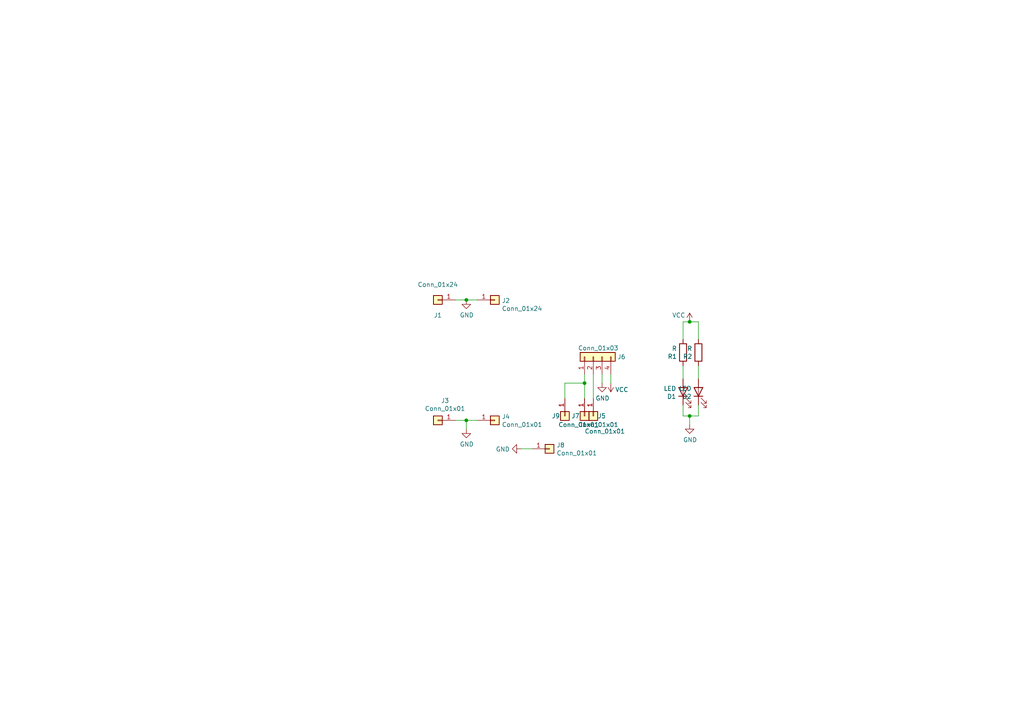
<source format=kicad_sch>
(kicad_sch (version 20211123) (generator eeschema)
  (paper "A4")
  (lib_symbols
    (symbol "Connector_Generic:Conn_01x01" (pin_names (offset 1.016) hide)
      (property "Reference" "J" (at 0 2.54 0))
      (property "Value" "Conn_01x01" (at 0 -2.54 0))
      (symbol "Conn_01x01_1_1"
        (rectangle (start -1.27 0.127) (end 0 -0.127) (stroke (width 0.1524)))
        (rectangle (start -1.27 1.27) (end 1.27 -1.27) (stroke (width 0.254)) (fill (type background)))
        (pin passive line (at -5.08 0 0) (length 3.81) (name "Pin_1") (number "1"))
      )
    )
    (symbol "Connector_Generic:Conn_01x04" (pin_names (offset 1.016) hide)
      (property "Reference" "J" (at 0 5.08 0))
      (property "Value" "Conn_01x04" (at 0 -7.62 0))
      (symbol "Conn_01x04_1_1"
        (rectangle (start -1.27 -4.953) (end 0 -5.207) (stroke (width 0.1524)))
        (rectangle (start -1.27 -2.413) (end 0 -2.667) (stroke (width 0.1524)))
        (rectangle (start -1.27 0.127) (end 0 -0.127) (stroke (width 0.1524)))
        (rectangle (start -1.27 2.667) (end 0 2.413) (stroke (width 0.1524)))
        (rectangle (start -1.27 3.81) (end 1.27 -6.35) (stroke (width 0.254)) (fill (type background)))
        (pin passive line (at -5.08 2.54 0) (length 3.81) (name "Pin_1") (number "1"))
        (pin passive line (at -5.08 0 0) (length 3.81) (name "Pin_2") (number "2"))
        (pin passive line (at -5.08 -2.54 0) (length 3.81) (name "Pin_3") (number "3"))
        (pin passive line (at -5.08 -5.08 0) (length 3.81) (name "Pin_4") (number "4"))
      )
    )
    (symbol "Device:LED" (pin_numbers hide) (pin_names (offset 1.016) hide)
      (property "Reference" "D" (at 0 2.54 0))
      (property "Value" "LED" (at 0 -2.54 0))
      (symbol "LED_0_1"
        (polyline (pts (xy -1.27 -1.27) (xy -1.27 1.27)) (stroke (width 0.254)))
        (polyline (pts (xy -1.27 0) (xy 1.27 0)))
        (polyline (pts (xy 1.27 -1.27) (xy 1.27 1.27) (xy -1.27 0) (xy 1.27 -1.27)) (stroke (width 0.254)))
        (polyline (pts (xy -3.048 -0.762) (xy -4.572 -2.286) (xy -3.81 -2.286) (xy -4.572 -2.286) (xy -4.572 -1.524)))
        (polyline (pts (xy -1.778 -0.762) (xy -3.302 -2.286) (xy -2.54 -2.286) (xy -3.302 -2.286) (xy -3.302 -1.524)))
      )
      (symbol "LED_1_1"
        (pin passive line (at -3.81 0 0) (length 2.54) (name "K") (number "1"))
        (pin passive line (at 3.81 0 180) (length 2.54) (name "A") (number "2"))
      )
    )
    (symbol "Device:R" (pin_numbers hide) (pin_names (offset 0))
      (property "Reference" "R" (at 2.032 0 90))
      (property "Value" "R" (at 0 0 90))
      (symbol "R_0_1"
        (rectangle (start -1.016 -2.54) (end 1.016 2.54) (stroke (width 0.254)))
      )
      (symbol "R_1_1"
        (pin passive line (at 0 3.81 270) (length 1.27) (name "~") (number "1"))
        (pin passive line (at 0 -3.81 90) (length 1.27) (name "~") (number "2"))
      )
    )
    (symbol "power:GND" (power) (pin_names (offset 0))
      (property "Value" "GND" (at 0 -3.81 0))
      (symbol "GND_0_1"
        (polyline (pts (xy 0 0) (xy 0 -1.27) (xy 1.27 -1.27) (xy 0 -2.54) (xy -1.27 -1.27) (xy 0 -1.27)))
      )
      (symbol "GND_1_1"
        (pin power_in line (at 0 0 270) (length 0) hide (name "GND") (number "1"))
      )
    )
    (symbol "power:VCC" (power) (pin_names (offset 0))
      (property "Value" "VCC" (at 0 3.81 0))
      (symbol "VCC_0_1"
        (polyline (pts (xy -0.762 1.27) (xy 0 2.54)))
        (polyline (pts (xy 0 0) (xy 0 2.54)))
        (polyline (pts (xy 0 2.54) (xy 0.762 1.27)))
      )
      (symbol "VCC_1_1"
        (pin power_in line (at 0 0 90) (length 0) hide (name "VCC") (number "1"))
      )
    )
  )
  (junction (at 169.545 111.125))
  (junction (at 200.025 120.65))
  (junction (at 135.255 86.995))
  (junction (at 135.255 121.92))
  (junction (at 200.025 93.345))
  (wire (pts (xy 200.025 120.65) (xy 200.025 123.19)))
  (wire (pts (xy 202.565 93.345) (xy 202.565 98.425)))
  (wire (pts (xy 163.83 111.125) (xy 169.545 111.125)))
  (wire (pts (xy 163.83 115.57) (xy 163.83 111.125)))
  (wire (pts (xy 198.12 117.475) (xy 198.12 120.65)))
  (wire (pts (xy 172.085 108.585) (xy 172.085 115.57)))
  (wire (pts (xy 198.12 109.855) (xy 198.12 106.045)))
  (wire (pts (xy 202.565 109.855) (xy 202.565 106.045)))
  (wire (pts (xy 135.255 121.92) (xy 132.08 121.92)))
  (wire (pts (xy 200.025 93.345) (xy 202.565 93.345)))
  (wire (pts (xy 174.625 108.585) (xy 174.625 111.125)))
  (wire (pts (xy 200.025 93.345) (xy 198.12 93.345)))
  (wire (pts (xy 135.255 121.92) (xy 135.255 124.46)))
  (wire (pts (xy 169.545 111.125) (xy 169.545 108.585)))
  (wire (pts (xy 198.12 93.345) (xy 198.12 98.425)))
  (wire (pts (xy 202.565 120.65) (xy 200.025 120.65)))
  (wire (pts (xy 135.255 121.92) (xy 138.43 121.92)))
  (wire (pts (xy 202.565 117.475) (xy 202.565 120.65)))
  (wire (pts (xy 177.165 111.125) (xy 177.165 108.585)))
  (wire (pts (xy 151.13 130.175) (xy 154.305 130.175)))
  (wire (pts (xy 135.255 86.995) (xy 138.43 86.995)))
  (wire (pts (xy 132.08 86.995) (xy 135.255 86.995)))
  (wire (pts (xy 198.12 120.65) (xy 200.025 120.65)))
  (wire (pts (xy 169.545 115.57) (xy 169.545 111.125)))
  (symbol (lib_id "Connector_Generic:Conn_01x01") (at 143.51 86.995 0) (unit 1)
    (property "Reference" "J2" (at 145.542 87.1982 0) (effects (justify left)))
    (property "Value" "Conn_01x24" (at 145.542 89.5096 0) (effects (justify left)))
    (property "Footprint" "board:rotary2" (effects hide))
  )
  (symbol (lib_id "Connector_Generic:Conn_01x01") (at 127 86.995 180) (unit 1)
    (property "Reference" "J1" (at 127 91.44 0))
    (property "Value" "Conn_01x24" (at 127 82.55 0))
    (property "Footprint" "board:rotary2" (effects hide))
  )
  (symbol (lib_id "Connector_Generic:Conn_01x01") (at 143.51 121.92 0) (unit 1)
    (property "Reference" "J4" (at 145.542 120.8532 0) (effects (justify left)))
    (property "Value" "Conn_01x01" (at 145.542 123.1646 0) (effects (justify left)))
    (property "Footprint" "board:PTH_GIGANTE" (effects hide))
  )
  (symbol (lib_id "Connector_Generic:Conn_01x01") (at 127 121.92 180) (unit 1)
    (property "Reference" "J3" (at 129.0828 116.205 0))
    (property "Value" "Conn_01x01" (at 129.0828 118.5164 0))
    (property "Footprint" "board:PTH_GIGANTE" (effects hide))
  )
  (symbol (lib_id "power:GND") (at 135.255 124.46 0) (unit 1)
    (property "Reference" "#PWR0101" (effects hide))
    (property "Value" "GND" (at 135.382 128.8542 0))
  )
  (symbol (lib_id "Connector_Generic:Conn_01x04") (at 172.085 103.505 90) (unit 1)
    (property "Reference" "J6" (at 179.07 103.505 90) (effects (justify right)))
    (property "Value" "Conn_01x03" (at 167.64 100.965 90) (effects (justify right)))
    (property "Footprint" "Connector_PinSocket_2.54mm:PinSocket_1x04_P2.54mm_Horizontal" (effects hide))
  )
  (symbol (lib_id "power:GND") (at 174.625 111.125 0) (unit 1)
    (property "Reference" "#PWR0102" (effects hide))
    (property "Value" "GND" (at 174.752 115.5192 0))
  )
  (symbol (lib_id "Connector_Generic:Conn_01x01") (at 169.545 120.65 270) (unit 1)
    (property "Reference" "J7" (at 165.735 120.65 90) (effects (justify left)))
    (property "Value" "Conn_01x01" (at 167.64 123.19 90) (effects (justify left)))
    (property "Footprint" "board:70-9155" (effects hide))
  )
  (symbol (lib_id "Connector_Generic:Conn_01x01") (at 172.085 120.65 270) (unit 1)
    (property "Reference" "J5" (at 173.355 120.65 90) (effects (justify left)))
    (property "Value" "Conn_01x01" (at 169.545 125.095 90) (effects (justify left)))
    (property "Footprint" "board:70-9155" (effects hide))
  )
  (symbol (lib_id "Connector_Generic:Conn_01x01") (at 159.385 130.175 0) (unit 1)
    (property "Reference" "J8" (at 161.417 129.1082 0) (effects (justify left)))
    (property "Value" "Conn_01x01" (at 161.417 131.4196 0) (effects (justify left)))
    (property "Footprint" "board:70-9155" (effects hide))
  )
  (symbol (lib_id "power:GND") (at 151.13 130.175 270) (unit 1)
    (property "Reference" "#PWR0103" (effects hide))
    (property "Value" "GND" (at 147.8788 130.302 90) (effects (justify right)))
  )
  (symbol (lib_id "power:GND") (at 135.255 86.995 0) (unit 1)
    (property "Reference" "#PWR0104" (effects hide))
    (property "Value" "GND" (at 135.382 91.3892 0))
  )
  (symbol (lib_id "power:VCC") (at 177.165 111.125 180) (unit 1)
    (property "Reference" "#PWR0105" (effects hide))
    (property "Value" "VCC" (at 180.34 113.03 0))
  )
  (symbol (lib_id "Device:R") (at 198.12 102.235 180) (unit 1)
    (property "Reference" "R1" (at 196.342 103.4034 0) (effects (justify left)))
    (property "Value" "R" (at 196.342 101.092 0) (effects (justify left)))
    (property "Footprint" "Resistor_SMD:R_0603_1608Metric" (effects hide))
  )
  (symbol (lib_id "Device:R") (at 202.565 102.235 0) (unit 1)
    (property "Reference" "R2" (at 200.787 103.4034 0) (effects (justify right)))
    (property "Value" "R" (at 200.787 101.092 0) (effects (justify right)))
    (property "Footprint" "Resistor_SMD:R_0603_1608Metric" (effects hide))
  )
  (symbol (lib_id "power:GND") (at 200.025 123.19 0) (unit 1)
    (property "Reference" "#PWR0107" (effects hide))
    (property "Value" "GND" (at 200.152 127.5842 0))
  )
  (symbol (lib_id "power:VCC") (at 200.025 93.345 0) (unit 1)
    (property "Reference" "#PWR0106" (effects hide))
    (property "Value" "VCC" (at 196.85 91.44 0))
  )
  (symbol (lib_id "Device:LED") (at 198.12 113.665 90) (unit 1)
    (property "Reference" "D1" (at 196.1388 115.0112 90) (effects (justify left)))
    (property "Value" "LED" (at 196.1388 112.6998 90) (effects (justify left)))
    (property "Footprint" "LED_SMD:LED_0603_1608Metric" (effects hide))
  )
  (symbol (lib_id "Device:LED") (at 202.565 113.665 90) (unit 1)
    (property "Reference" "D2" (at 200.5838 115.0112 90) (effects (justify left)))
    (property "Value" "LED" (at 200.5838 112.6998 90) (effects (justify left)))
    (property "Footprint" "LED_SMD:LED_0603_1608Metric" (effects hide))
  )
  (symbol (lib_id "Connector_Generic:Conn_01x01") (at 163.83 120.65 270) (unit 1)
    (property "Reference" "J9" (at 160.02 120.65 90) (effects (justify left)))
    (property "Value" "Conn_01x01" (at 161.925 123.19 90) (effects (justify left)))
    (property "Footprint" "board:70-9155" (effects hide))
  )
)
</source>
